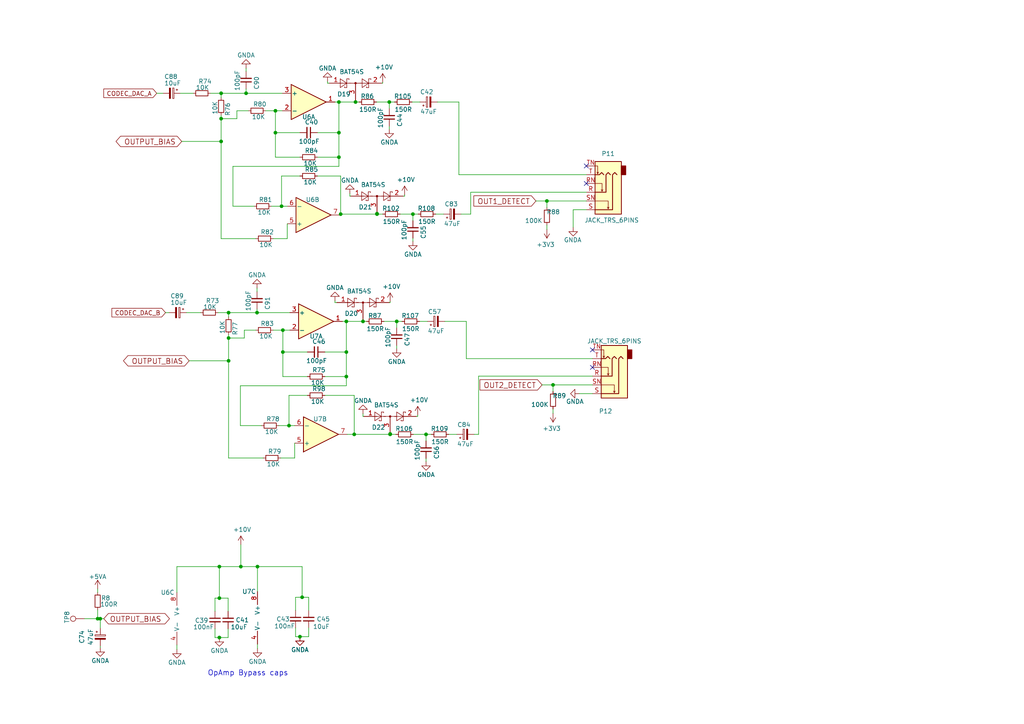
<source format=kicad_sch>
(kicad_sch (version 20211123) (generator eeschema)
  (paper "A4")
  (title_block (title "MOD Dwarf - Main Board") (date "2021-09-06") (rev "3.0") (company "MOD Devices GmbH") (comment 1 "Dwarf Audio processing board") (comment 2 "https://github.com/moddevices/hw-mod-dwarf") (comment 3 "Inp Power: 12V 500mA") (comment 4 "USB outp Power: 500mA"))
  (lib_symbols
    (symbol "bottom-board-rescue:+10V-power" (power) (pin_names (offset 0))
      (property "Value" "+10V-power" (at 0 3.556 0))
      (symbol "+10V-power_0_1"
        (polyline (pts (xy -0.762 1.27) (xy 0 2.54)))
        (polyline (pts (xy 0 0) (xy 0 2.54)))
        (polyline (pts (xy 0 2.54) (xy 0.762 1.27)))
      )
      (symbol "+10V-power_1_1"
        (pin power_in line (at 0 0 90) (length 0) hide (name "+10V") (number "1"))
      )
    )
    (symbol "bottom-board-rescue:+3V3-power" (power) (pin_names (offset 0))
      (property "Value" "+3V3-power" (at 0 3.556 0))
      (symbol "+3V3-power_0_1"
        (polyline (pts (xy -0.762 1.27) (xy 0 2.54)))
        (polyline (pts (xy 0 0) (xy 0 2.54)))
        (polyline (pts (xy 0 2.54) (xy 0.762 1.27)))
      )
      (symbol "+3V3-power_1_1"
        (pin power_in line (at 0 0 90) (length 0) hide (name "+3V3") (number "1"))
      )
    )
    (symbol "bottom-board-rescue:+5VA-power" (power) (pin_names (offset 0))
      (property "Value" "+5VA-power" (at 0 3.556 0))
      (symbol "+5VA-power_0_1"
        (polyline (pts (xy -0.762 1.27) (xy 0 2.54)))
        (polyline (pts (xy 0 0) (xy 0 2.54)))
        (polyline (pts (xy 0 2.54) (xy 0.762 1.27)))
      )
      (symbol "+5VA-power_1_1"
        (pin power_in line (at 0 0 90) (length 0) hide (name "+5VA") (number "1"))
      )
    )
    (symbol "bottom-board-rescue:AudioJack3_Switch-Connector"
      (property "Reference" "J" (at 0 11.43 0))
      (property "Value" "AudioJack3_Switch-Connector" (at 0 8.89 0))
      (symbol "AudioJack3_Switch-Connector_0_1"
        (rectangle (start -5.08 -5.08) (end -6.35 -7.62) (stroke (width 0.254)) (fill (type outline)))
        (polyline (pts (xy -1.27 4.826) (xy -1.016 4.318)))
        (polyline (pts (xy 0.508 -0.254) (xy 0.762 -0.762)))
        (polyline (pts (xy 1.778 -5.334) (xy 2.032 -5.842)))
        (polyline (pts (xy 0 -5.08) (xy 0.635 -5.715) (xy 1.27 -5.08) (xy 2.54 -5.08)) (stroke (width 0.254)))
        (polyline (pts (xy 2.54 -7.62) (xy 1.778 -7.62) (xy 1.778 -5.334) (xy 1.524 -5.842)))
        (polyline (pts (xy 2.54 -2.54) (xy 0.508 -2.54) (xy 0.508 -0.254) (xy 0.254 -0.762)))
        (polyline (pts (xy 2.54 2.54) (xy -1.27 2.54) (xy -1.27 4.826) (xy -1.524 4.318)))
        (polyline (pts (xy -1.905 -5.08) (xy -1.27 -5.715) (xy -0.635 -5.08) (xy -0.635 0) (xy 2.54 0)) (stroke (width 0.254)))
        (polyline (pts (xy 2.54 5.08) (xy -2.54 5.08) (xy -2.54 -5.08) (xy -3.175 -5.715) (xy -3.81 -5.08)) (stroke (width 0.254)))
        (rectangle (start 2.54 6.35) (end -5.08 -8.89) (stroke (width 0.254)) (fill (type background)))
      )
      (symbol "AudioJack3_Switch-Connector_1_1"
        (pin passive line (at 5.08 0 180) (length 2.54) (name "~") (number "R"))
        (pin passive line (at 5.08 -2.54 180) (length 2.54) (name "~") (number "RN"))
        (pin passive line (at 5.08 5.08 180) (length 2.54) (name "~") (number "S"))
        (pin passive line (at 5.08 2.54 180) (length 2.54) (name "~") (number "SN"))
        (pin passive line (at 5.08 -5.08 180) (length 2.54) (name "~") (number "T"))
        (pin passive line (at 5.08 -7.62 180) (length 2.54) (name "~") (number "TN"))
      )
    )
    (symbol "bottom-board-rescue:BAT54S-Diode" (pin_names (offset 1.016))
      (property "Reference" "D" (at 0.635 -3.81 0))
      (property "Value" "BAT54S-Diode" (at -6.35 3.175 0))
      (symbol "BAT54S-Diode_0_1"
        (polyline (pts (xy -3.81 0) (xy -1.27 0)))
        (polyline (pts (xy -3.175 -1.27) (xy -3.175 -1.016)))
        (polyline (pts (xy -2.54 -1.27) (xy -3.175 -1.27)))
        (polyline (pts (xy -2.54 -1.27) (xy -2.54 1.27)))
        (polyline (pts (xy -2.54 1.27) (xy -1.905 1.27)))
        (polyline (pts (xy -1.905 0) (xy 1.905 0)))
        (polyline (pts (xy -1.905 1.27) (xy -1.905 1.016)))
        (polyline (pts (xy 1.27 0) (xy 3.81 0)))
        (polyline (pts (xy 3.175 -1.27) (xy 3.175 -1.016)))
        (polyline (pts (xy 3.81 -1.27) (xy 3.175 -1.27)))
        (polyline (pts (xy 3.81 -1.27) (xy 3.81 1.27)))
        (polyline (pts (xy 3.81 1.27) (xy 4.445 1.27)))
        (polyline (pts (xy 4.445 1.27) (xy 4.445 1.016)))
        (polyline (pts (xy -4.445 1.27) (xy -4.445 -1.27) (xy -2.54 0) (xy -4.445 1.27)))
        (polyline (pts (xy 1.905 1.27) (xy 1.905 -1.27) (xy 3.81 0) (xy 1.905 1.27)))
        (circle (center 0 0) (radius 0.254) (fill (type outline)))
      )
      (symbol "BAT54S-Diode_1_1"
        (pin passive line (at -7.62 0 0) (length 3.81) (name "~") (number "1"))
        (pin passive line (at 7.62 0 180) (length 3.81) (name "~") (number "2"))
        (pin passive line (at 0 -5.08 90) (length 5.08) (name "~") (number "3"))
      )
    )
    (symbol "bottom-board-rescue:CP_Small" (pin_numbers hide) (pin_names (offset 0.254) hide)
      (property "Reference" "C" (at 0.254 1.778 0))
      (property "Value" "CP_Small" (at 0.254 -2.032 0))
      (symbol "CP_Small_0_1"
        (rectangle (start -1.524 -0.3048) (end 1.524 -0.6858) (fill (type outline)))
        (rectangle (start -1.524 0.6858) (end 1.524 0.3048))
        (polyline (pts (xy -1.27 1.524) (xy -0.762 1.524)))
        (polyline (pts (xy -1.016 1.27) (xy -1.016 1.778)))
      )
      (symbol "CP_Small_1_1"
        (pin passive line (at 0 2.54 270) (length 1.8542) (name "~") (number "1"))
        (pin passive line (at 0 -2.54 90) (length 1.8542) (name "~") (number "2"))
      )
    )
    (symbol "bottom-board-rescue:C_Small" (pin_numbers hide) (pin_names (offset 0.254) hide)
      (property "Reference" "C" (at 0.254 1.778 0))
      (property "Value" "C_Small" (at 0.254 -2.032 0))
      (symbol "C_Small_0_1"
        (polyline (pts (xy -1.524 -0.508) (xy 1.524 -0.508)) (stroke (width 0.3302)))
        (polyline (pts (xy -1.524 0.508) (xy 1.524 0.508)) (stroke (width 0.3048)))
      )
      (symbol "C_Small_1_1"
        (pin passive line (at 0 2.54 270) (length 2.032) (name "~") (number "1"))
        (pin passive line (at 0 -2.54 90) (length 2.032) (name "~") (number "2"))
      )
    )
    (symbol "bottom-board-rescue:GNDA-power" (power) (pin_names (offset 0))
      (property "Value" "GNDA-power" (at 0 -3.81 0))
      (symbol "GNDA-power_0_1"
        (polyline (pts (xy 0 0) (xy 0 -1.27) (xy 1.27 -1.27) (xy 0 -2.54) (xy -1.27 -1.27) (xy 0 -1.27)))
      )
      (symbol "GNDA-power_1_1"
        (pin power_in line (at 0 0 270) (length 0) hide (name "GNDA") (number "1"))
      )
    )
    (symbol "bottom-board-rescue:R_Small" (pin_numbers hide) (pin_names (offset 0.254) hide)
      (property "Reference" "R" (at 0.762 0.508 0))
      (property "Value" "R_Small" (at 0.762 -1.016 0))
      (symbol "R_Small_0_1"
        (rectangle (start -0.762 1.778) (end 0.762 -1.778) (stroke (width 0.2032)))
      )
      (symbol "R_Small_1_1"
        (pin passive line (at 0 2.54 270) (length 0.762) (name "~") (number "1"))
        (pin passive line (at 0 -2.54 90) (length 0.762) (name "~") (number "2"))
      )
    )
    (symbol "bottom-board-rescue:R_Small-Device" (pin_numbers hide) (pin_names (offset 0.254) hide)
      (property "Reference" "R" (at 0.762 0.508 0))
      (property "Value" "R_Small-Device" (at 0.762 -1.016 0))
      (symbol "R_Small-Device_0_1"
        (rectangle (start -0.762 1.778) (end 0.762 -1.778) (stroke (width 0.2032)))
      )
      (symbol "R_Small-Device_1_1"
        (pin passive line (at 0 2.54 270) (length 0.762) (name "~") (number "1"))
        (pin passive line (at 0 -2.54 90) (length 0.762) (name "~") (number "2"))
      )
    )
    (symbol "bottom-board-rescue:TL072-Amplifier_Operational" (pin_names (offset 0.127))
      (property "Reference" "U" (at 0 5.08 0))
      (property "Value" "TL072-Amplifier_Operational" (at 0 -5.08 0))
      (symbol "TL072-Amplifier_Operational_1_1"
        (polyline (pts (xy -5.08 5.08) (xy 5.08 0) (xy -5.08 -5.08) (xy -5.08 5.08)) (stroke (width 0.254)) (fill (type background)))
        (pin output line (at 7.62 0 180) (length 2.54) (name "~") (number "1"))
        (pin input line (at -7.62 -2.54 0) (length 2.54) (name "-") (number "2"))
        (pin input line (at -7.62 2.54 0) (length 2.54) (name "+") (number "3"))
      )
      (symbol "TL072-Amplifier_Operational_2_1"
        (polyline (pts (xy -5.08 5.08) (xy 5.08 0) (xy -5.08 -5.08) (xy -5.08 5.08)) (stroke (width 0.254)) (fill (type background)))
        (pin input line (at -7.62 2.54 0) (length 2.54) (name "+") (number "5"))
        (pin input line (at -7.62 -2.54 0) (length 2.54) (name "-") (number "6"))
        (pin output line (at 7.62 0 180) (length 2.54) (name "~") (number "7"))
      )
      (symbol "TL072-Amplifier_Operational_3_1"
        (pin power_in line (at -2.54 -7.62 90) (length 3.81) (name "V-") (number "4"))
        (pin power_in line (at -2.54 7.62 270) (length 3.81) (name "V+") (number "8"))
      )
    )
    (symbol "bottom-board-rescue:TestPoint-Connector" (pin_numbers hide) (pin_names (offset 0.762) hide)
      (property "Reference" "TP" (at 0 6.858 0))
      (property "Value" "TestPoint-Connector" (at 0 5.08 0))
      (symbol "TestPoint-Connector_0_1"
        (circle (center 0 3.302) (radius 0.762))
      )
      (symbol "TestPoint-Connector_1_1"
        (pin passive line (at 0 0 90) (length 2.54) (name "1") (number "1"))
      )
    )
  )
  (junction (at 64.135 27.051))
  (junction (at 71.374 27.051))
  (junction (at 98.806 62.103))
  (junction (at 112.903 29.591))
  (junction (at 98.298 29.591))
  (junction (at 63.627 164.338))
  (junction (at 100.457 93.218))
  (junction (at 82.042 95.758))
  (junction (at 113.157 125.857))
  (junction (at 28.321 179.451))
  (junction (at 64.135 34.417))
  (junction (at 82.042 102.108))
  (junction (at 69.85 164.338))
  (junction (at 79.883 32.131))
  (junction (at 103.124 29.591))
  (junction (at 98.298 38.481))
  (junction (at 79.883 38.481))
  (junction (at 66.294 90.678))
  (junction (at 119.761 62.103))
  (junction (at 66.294 98.044))
  (junction (at 100.457 109.22))
  (junction (at 63.627 184.912))
  (junction (at 102.743 125.984))
  (junction (at 113.157 125.984))
  (junction (at 63.627 173.482))
  (junction (at 100.457 102.108))
  (junction (at 98.298 45.593))
  (junction (at 66.294 104.648))
  (junction (at 81.661 59.817))
  (junction (at 115.062 93.218))
  (junction (at 158.623 58.293))
  (junction (at 87.63 173.228))
  (junction (at 105.283 93.218))
  (junction (at 83.82 123.444))
  (junction (at 160.401 111.633))
  (junction (at 123.571 125.984))
  (junction (at 74.676 164.338))
  (junction (at 86.995 184.658))
  (junction (at 64.135 41.021))
  (junction (at 109.347 61.976))
  (junction (at 29.083 179.451))
  (junction (at 109.347 62.103))
  (junction (at 74.549 90.678))
  (no_connect (at 171.831 101.473))
  (no_connect (at 170.053 53.213))
  (no_connect (at 171.831 106.553))
  (no_connect (at 170.053 48.133))
  (wire (pts (xy 98.806 51.054) (xy 98.806 62.103)))
  (wire (pts (xy 66.167 173.482) (xy 63.627 173.482)))
  (wire (pts (xy 97.155 87.757) (xy 97.663 87.757)))
  (wire (pts (xy 87.63 173.228) (xy 89.535 173.228)))
  (wire (pts (xy 79.883 32.131) (xy 81.915 32.131)))
  (wire (pts (xy 79.883 45.593) (xy 79.883 38.481)))
  (wire (pts (xy 116.078 62.103) (xy 119.761 62.103)))
  (wire (pts (xy 74.549 90.678) (xy 84.074 90.678)))
  (wire (pts (xy 135.255 104.013) (xy 171.831 104.013)))
  (wire (pts (xy 112.903 31.496) (xy 112.903 29.591)))
  (wire (pts (xy 160.401 111.633) (xy 171.831 111.633)))
  (wire (pts (xy 45.466 27.051) (xy 47.244 27.051)))
  (wire (pts (xy 67.564 59.817) (xy 73.66 59.817)))
  (wire (pts (xy 81.661 59.817) (xy 83.312 59.817)))
  (wire (pts (xy 64.135 34.417) (xy 64.135 33.401)))
  (wire (pts (xy 89.154 109.22) (xy 82.042 109.22)))
  (wire (pts (xy 74.676 171.577) (xy 74.676 164.338)))
  (wire (pts (xy 110.998 24.13) (xy 110.998 23.876)))
  (wire (pts (xy 97.155 29.591) (xy 98.298 29.591)))
  (wire (pts (xy 66.294 132.842) (xy 76.327 132.842)))
  (wire (pts (xy 100.457 111.887) (xy 100.457 109.22)))
  (wire (pts (xy 29.083 179.451) (xy 30.099 179.451)))
  (wire (pts (xy 29.083 187.833) (xy 29.083 187.325)))
  (wire (pts (xy 98.806 62.103) (xy 98.806 62.357)))
  (wire (pts (xy 121.158 120.777) (xy 121.158 120.396)))
  (wire (pts (xy 160.401 113.538) (xy 160.401 111.633)))
  (wire (pts (xy 64.135 41.021) (xy 64.135 34.417)))
  (wire (pts (xy 109.347 62.103) (xy 109.347 61.976)))
  (wire (pts (xy 81.407 132.842) (xy 85.471 132.842)))
  (wire (pts (xy 94.996 23.622) (xy 94.996 24.13)))
  (wire (pts (xy 113.157 125.984) (xy 113.157 125.857)))
  (wire (pts (xy 79.883 38.481) (xy 79.883 32.131)))
  (wire (pts (xy 100.457 109.22) (xy 94.234 109.22)))
  (wire (pts (xy 79.248 95.758) (xy 82.042 95.758)))
  (wire (pts (xy 98.298 38.481) (xy 98.298 29.591)))
  (wire (pts (xy 83.82 123.444) (xy 83.82 114.681)))
  (wire (pts (xy 98.298 45.593) (xy 92.075 45.593)))
  (wire (pts (xy 89.535 182.118) (xy 89.535 184.658)))
  (wire (pts (xy 79.248 69.215) (xy 83.312 69.215)))
  (wire (pts (xy 100.711 125.984) (xy 102.743 125.984)))
  (wire (pts (xy 166.243 60.833) (xy 166.243 65.913)))
  (wire (pts (xy 69.723 123.444) (xy 75.819 123.444)))
  (wire (pts (xy 136.525 62.103) (xy 136.525 55.753)))
  (wire (pts (xy 83.312 69.215) (xy 83.312 64.897)))
  (wire (pts (xy 28.321 170.815) (xy 28.321 171.831)))
  (wire (pts (xy 115.062 93.218) (xy 116.586 93.218)))
  (wire (pts (xy 123.952 93.218) (xy 121.666 93.218)))
  (wire (pts (xy 69.723 123.444) (xy 69.723 111.887)))
  (wire (pts (xy 51.308 171.831) (xy 51.308 164.338)))
  (wire (pts (xy 85.471 132.842) (xy 85.471 128.524)))
  (wire (pts (xy 79.883 38.481) (xy 86.995 38.481)))
  (wire (pts (xy 112.903 87.757) (xy 113.157 87.757)))
  (wire (pts (xy 68.707 32.131) (xy 68.707 34.417)))
  (wire (pts (xy 133.096 50.673) (xy 170.053 50.673)))
  (wire (pts (xy 135.255 104.013) (xy 135.255 93.218)))
  (wire (pts (xy 72.009 32.131) (xy 68.707 32.131)))
  (wire (pts (xy 98.298 29.591) (xy 103.124 29.591)))
  (wire (pts (xy 94.234 102.108) (xy 100.457 102.108)))
  (wire (pts (xy 82.042 95.758) (xy 84.074 95.758)))
  (wire (pts (xy 106.299 93.218) (xy 105.283 93.218)))
  (wire (pts (xy 71.374 27.051) (xy 81.915 27.051)))
  (wire (pts (xy 63.246 90.678) (xy 66.294 90.678)))
  (wire (pts (xy 112.903 37.465) (xy 112.903 36.576)))
  (wire (pts (xy 51.308 164.338) (xy 63.627 164.338)))
  (wire (pts (xy 115.062 101.092) (xy 115.062 100.203)))
  (wire (pts (xy 123.571 127.889) (xy 123.571 125.984)))
  (wire (pts (xy 74.676 164.338) (xy 87.63 164.338)))
  (wire (pts (xy 77.089 32.131) (xy 79.883 32.131)))
  (wire (pts (xy 66.294 98.044) (xy 66.294 97.028)))
  (wire (pts (xy 85.725 173.228) (xy 85.725 177.038)))
  (wire (pts (xy 119.761 64.008) (xy 119.761 62.103)))
  (wire (pts (xy 29.083 182.245) (xy 29.083 179.451)))
  (wire (pts (xy 68.707 34.417) (xy 64.135 34.417)))
  (wire (pts (xy 119.761 62.103) (xy 121.285 62.103)))
  (wire (pts (xy 97.155 87.249) (xy 97.155 87.757)))
  (wire (pts (xy 92.075 51.054) (xy 98.806 51.054)))
  (wire (pts (xy 85.725 184.658) (xy 86.995 184.658)))
  (wire (pts (xy 100.457 102.108) (xy 100.457 109.22)))
  (wire (pts (xy 63.627 173.482) (xy 62.357 173.482)))
  (wire (pts (xy 92.075 38.481) (xy 98.298 38.481)))
  (wire (pts (xy 66.294 90.678) (xy 74.549 90.678)))
  (wire (pts (xy 170.053 60.833) (xy 166.243 60.833)))
  (wire (pts (xy 109.347 62.103) (xy 98.806 62.103)))
  (wire (pts (xy 133.731 62.103) (xy 136.525 62.103)))
  (wire (pts (xy 94.996 24.13) (xy 95.504 24.13)))
  (wire (pts (xy 132.461 125.984) (xy 130.175 125.984)))
  (wire (pts (xy 171.831 114.173) (xy 168.021 114.173)))
  (wire (pts (xy 120.777 120.777) (xy 121.158 120.777)))
  (wire (pts (xy 117.348 56.896) (xy 117.348 56.515)))
  (wire (pts (xy 121.793 29.591) (xy 119.507 29.591)))
  (wire (pts (xy 85.725 182.118) (xy 85.725 184.658)))
  (wire (pts (xy 138.811 109.093) (xy 171.831 109.093)))
  (wire (pts (xy 158.623 58.293) (xy 170.053 58.293)))
  (wire (pts (xy 62.357 182.372) (xy 62.357 184.912)))
  (wire (pts (xy 99.314 93.218) (xy 100.457 93.218)))
  (wire (pts (xy 98.552 62.357) (xy 98.806 62.357)))
  (wire (pts (xy 86.995 184.658) (xy 89.535 184.658)))
  (wire (pts (xy 100.457 93.218) (xy 105.283 93.218)))
  (wire (pts (xy 119.888 125.984) (xy 123.571 125.984)))
  (wire (pts (xy 86.995 45.593) (xy 79.883 45.593)))
  (wire (pts (xy 71.374 19.812) (xy 71.374 20.701)))
  (wire (pts (xy 62.357 184.912) (xy 63.627 184.912)))
  (wire (pts (xy 64.135 27.051) (xy 71.374 27.051)))
  (wire (pts (xy 67.564 48.26) (xy 98.298 48.26)))
  (wire (pts (xy 102.743 125.984) (xy 113.157 125.984)))
  (wire (pts (xy 69.85 157.988) (xy 69.85 164.338)))
  (wire (pts (xy 74.549 83.566) (xy 74.549 84.582)))
  (wire (pts (xy 82.042 102.108) (xy 82.042 95.758)))
  (wire (pts (xy 135.255 93.218) (xy 129.032 93.218)))
  (wire (pts (xy 89.535 177.038) (xy 89.535 173.228)))
  (wire (pts (xy 105.283 120.015) (xy 105.283 120.777)))
  (wire (pts (xy 56.007 27.051) (xy 52.324 27.051)))
  (wire (pts (xy 28.321 176.911) (xy 28.321 179.451)))
  (wire (pts (xy 66.294 104.648) (xy 66.294 98.044)))
  (wire (pts (xy 64.135 28.321) (xy 64.135 27.051)))
  (wire (pts (xy 63.627 164.338) (xy 63.627 173.482)))
  (wire (pts (xy 158.623 60.198) (xy 158.623 58.293)))
  (wire (pts (xy 51.308 188.341) (xy 51.308 187.071)))
  (wire (pts (xy 138.811 109.093) (xy 138.811 125.984)))
  (wire (pts (xy 70.866 98.044) (xy 66.294 98.044)))
  (wire (pts (xy 82.042 102.108) (xy 89.154 102.108)))
  (wire (pts (xy 64.135 69.215) (xy 74.168 69.215)))
  (wire (pts (xy 98.298 38.481) (xy 98.298 45.593)))
  (wire (pts (xy 52.705 41.021) (xy 64.135 41.021)))
  (wire (pts (xy 157.226 111.633) (xy 160.401 111.633)))
  (wire (pts (xy 64.135 69.215) (xy 64.135 41.021)))
  (wire (pts (xy 61.087 27.051) (xy 64.135 27.051)))
  (wire (pts (xy 138.811 125.984) (xy 137.541 125.984)))
  (wire (pts (xy 81.661 59.817) (xy 81.661 51.054)))
  (wire (pts (xy 71.374 25.781) (xy 71.374 27.051)))
  (wire (pts (xy 112.903 29.591) (xy 114.427 29.591)))
  (wire (pts (xy 119.761 69.977) (xy 119.761 69.088)))
  (wire (pts (xy 28.321 179.451) (xy 29.083 179.451)))
  (wire (pts (xy 74.676 188.087) (xy 74.676 186.817)))
  (wire (pts (xy 63.627 184.912) (xy 66.167 184.912)))
  (wire (pts (xy 74.549 89.662) (xy 74.549 90.678)))
  (wire (pts (xy 111.379 93.218) (xy 115.062 93.218)))
  (wire (pts (xy 54.864 104.648) (xy 66.294 104.648)))
  (wire (pts (xy 123.571 125.984) (xy 125.095 125.984)))
  (wire (pts (xy 67.564 59.817) (xy 67.564 48.26)))
  (wire (pts (xy 66.294 91.948) (xy 66.294 90.678)))
  (wire (pts (xy 128.651 62.103) (xy 126.365 62.103)))
  (wire (pts (xy 110.744 24.13) (xy 110.998 24.13)))
  (wire (pts (xy 83.82 123.444) (xy 85.471 123.444)))
  (wire (pts (xy 158.623 66.548) (xy 158.623 65.278)))
  (wire (pts (xy 103.124 29.591) (xy 103.124 29.21)))
  (wire (pts (xy 114.808 125.984) (xy 113.157 125.984)))
  (wire (pts (xy 54.102 90.678) (xy 58.166 90.678)))
  (wire (pts (xy 160.401 119.888) (xy 160.401 118.618)))
  (wire (pts (xy 62.357 173.482) (xy 62.357 177.292)))
  (wire (pts (xy 83.82 114.681) (xy 89.154 114.681)))
  (wire (pts (xy 123.571 133.858) (xy 123.571 132.969)))
  (wire (pts (xy 66.167 182.372) (xy 66.167 184.912)))
  (wire (pts (xy 63.627 164.338) (xy 69.85 164.338)))
  (wire (pts (xy 69.723 111.887) (xy 100.457 111.887)))
  (wire (pts (xy 74.168 95.758) (xy 70.866 95.758)))
  (wire (pts (xy 101.473 56.134) (xy 101.473 56.896)))
  (wire (pts (xy 136.525 55.753) (xy 170.053 55.753)))
  (wire (pts (xy 116.967 56.896) (xy 117.348 56.896)))
  (wire (pts (xy 155.448 58.293) (xy 158.623 58.293)))
  (wire (pts (xy 98.298 48.26) (xy 98.298 45.593)))
  (wire (pts (xy 66.294 132.842) (xy 66.294 104.648)))
  (wire (pts (xy 94.234 114.681) (xy 102.743 114.681)))
  (wire (pts (xy 24.511 179.451) (xy 28.321 179.451)))
  (wire (pts (xy 48.006 90.678) (xy 49.022 90.678)))
  (wire (pts (xy 66.167 177.292) (xy 66.167 173.482)))
  (wire (pts (xy 133.096 29.591) (xy 133.096 50.673)))
  (wire (pts (xy 101.473 56.896) (xy 101.727 56.896)))
  (wire (pts (xy 82.042 109.22) (xy 82.042 102.108)))
  (wire (pts (xy 104.14 29.591) (xy 103.124 29.591)))
  (wire (pts (xy 110.998 62.103) (xy 109.347 62.103)))
  (wire (pts (xy 105.283 93.218) (xy 105.283 92.837)))
  (wire (pts (xy 113.157 87.757) (xy 113.157 87.503)))
  (wire (pts (xy 109.22 29.591) (xy 112.903 29.591)))
  (wire (pts (xy 133.096 29.591) (xy 126.873 29.591)))
  (wire (pts (xy 80.899 123.444) (xy 83.82 123.444)))
  (wire (pts (xy 78.74 59.817) (xy 81.661 59.817)))
  (wire (pts (xy 87.63 164.338) (xy 87.63 173.228)))
  (wire (pts (xy 85.725 173.228) (xy 87.63 173.228)))
  (wire (pts (xy 105.283 120.777) (xy 105.537 120.777)))
  (wire (pts (xy 70.866 95.758) (xy 70.866 98.044)))
  (wire (pts (xy 102.743 114.681) (xy 102.743 125.984)))
  (wire (pts (xy 69.85 164.338) (xy 74.676 164.338)))
  (wire (pts (xy 100.457 102.108) (xy 100.457 93.218)))
  (wire (pts (xy 81.661 51.054) (xy 86.995 51.054)))
  (wire (pts (xy 115.062 95.123) (xy 115.062 93.218)))
  (text "OpAmp Bypass caps" (at 60.198 196.215 0) (effects (font (size 1.524 1.524)) (justify left bottom)))
  (global_label "OUTPUT_BIAS" (shape bidirectional) (at 54.864 104.648 180) (effects (font (size 1.524 1.524))) (property "Intersheet References" "${INTERSHEET_REFS}" (effects hide)))
  (global_label "OUT2_DETECT" (shape input) (at 157.226 111.633 180) (effects (font (size 1.524 1.524))) (property "Intersheet References" "${INTERSHEET_REFS}" (effects hide)))
  (global_label "CODEC_DAC_B" (shape input) (at 48.006 90.678 180) (property "Intersheet References" "${INTERSHEET_REFS}" (effects hide)))
  (global_label "OUT1_DETECT" (shape input) (at 155.448 58.293 180) (effects (font (size 1.524 1.524))) (property "Intersheet References" "${INTERSHEET_REFS}" (effects hide)))
  (global_label "OUTPUT_BIAS" (shape bidirectional) (at 30.099 179.451 0) (effects (font (size 1.524 1.524))) (property "Intersheet References" "${INTERSHEET_REFS}" (effects hide)))
  (global_label "CODEC_DAC_A" (shape input) (at 45.466 27.051 180) (property "Intersheet References" "${INTERSHEET_REFS}" (effects hide)))
  (global_label "OUTPUT_BIAS" (shape bidirectional) (at 52.705 41.021 180) (effects (font (size 1.524 1.524))) (property "Intersheet References" "${INTERSHEET_REFS}" (effects hide)))
  (symbol (lib_id "bottom-board-rescue:TL072-Amplifier_Operational") (at 89.535 29.591 0) (unit 1)
    (property "Reference" "U6" (at 89.535 33.909 0))
    (property "Datasheet" "http://www.ti.com/lit/ds/symlink/tl071.pdf" (effects hide))
    (property "MPN" "OPA1678IDR" (effects hide))
  )
  (symbol (lib_id "bottom-board-rescue:TL072-Amplifier_Operational") (at 53.848 179.451 0) (unit 3)
    (property "Reference" "U6" (at 46.609 171.831 0) (effects (justify left)))
    (property "Datasheet" "http://www.ti.com/lit/ds/symlink/tl071.pdf" (effects hide))
    (property "MPN" "OPA1678IDR" (effects hide))
  )
  (symbol (lib_id "bottom-board-rescue:C_Small") (at 62.357 179.832 0) (unit 1)
    (property "Reference" "C39" (at 56.515 179.959 0) (effects (justify left)))
    (property "Value" "100nF" (at 56.007 181.864 0) (effects (justify left)))
    (property "Footprint" "Capacitor_SMD:C_0603_1608Metric" (effects hide))
    (property "MPN" "GCM188R71C104KA37D" (effects hide))
  )
  (symbol (lib_id "bottom-board-rescue:GNDA-power") (at 105.283 120.015 180) (unit 1)
    (property "Reference" "#PWR0194" (effects hide))
    (property "Value" "GNDA" (at 105.283 116.205 0))
  )
  (symbol (lib_id "bottom-board-rescue:C_Small") (at 66.167 179.832 180) (unit 1)
    (property "Reference" "C41" (at 68.326 179.832 0) (effects (justify right)))
    (property "Value" "10uF" (at 71.755 181.864 0) (effects (justify left)))
    (property "Footprint" "Capacitor_SMD:C_0805_2012Metric" (effects hide))
    (property "MPN" "GRM219R61E106KA12D" (effects hide))
  )
  (symbol (lib_id "bottom-board-rescue:GNDA-power") (at 63.627 184.912 0) (unit 1)
    (property "Reference" "#PWR0195" (effects hide))
    (property "Value" "GNDA" (at 63.627 188.722 0))
  )
  (symbol (lib_id "bottom-board-rescue:GNDA-power") (at 51.308 188.341 0) (unit 1)
    (property "Reference" "#PWR0196" (effects hide))
    (property "Value" "GNDA" (at 51.308 192.151 0))
  )
  (symbol (lib_id "bottom-board-rescue:TestPoint-Connector") (at 24.511 179.451 90) (unit 1)
    (property "Reference" "TP8" (at 19.431 180.848 0) (effects (justify left)))
    (property "Value" "TestPoint" (effects hide))
    (property "Footprint" "TestPoint:TestPoint_Pad_D2.0mm" (effects hide))
  )
  (symbol (lib_id "bottom-board-rescue:TL072-Amplifier_Operational") (at 77.216 179.197 0) (unit 3)
    (property "Reference" "U7" (at 70.231 171.577 0) (effects (justify left)))
    (property "Datasheet" "http://www.ti.com/lit/ds/symlink/tl071.pdf" (effects hide))
    (property "MPN" "OPA1678IDR" (effects hide))
  )
  (symbol (lib_id "bottom-board-rescue:C_Small") (at 85.725 179.578 0) (unit 1)
    (property "Reference" "C43" (at 80.137 179.578 0) (effects (justify left)))
    (property "Value" "100nF" (at 79.502 181.61 0) (effects (justify left)))
    (property "Footprint" "Capacitor_SMD:C_0603_1608Metric" (effects hide))
    (property "MPN" "GCM188R71C104KA37D" (effects hide))
  )
  (symbol (lib_id "bottom-board-rescue:GNDA-power") (at 86.995 184.658 0) (unit 1)
    (property "Reference" "#PWR0197" (effects hide))
    (property "Value" "GNDA" (at 86.995 188.468 0))
  )
  (symbol (lib_id "bottom-board-rescue:C_Small") (at 89.535 179.578 180) (unit 1)
    (property "Reference" "C45" (at 91.821 179.578 0) (effects (justify right)))
    (property "Value" "10uF" (at 95.631 181.737 0) (effects (justify left)))
    (property "Footprint" "Capacitor_SMD:C_0805_2012Metric" (effects hide))
    (property "MPN" "GRM219R61E106KA12D" (effects hide))
  )
  (symbol (lib_id "bottom-board-rescue:GNDA-power") (at 86.995 184.658 0) (unit 1)
    (property "Reference" "#PWR0198" (effects hide))
    (property "Value" "GNDA" (at 86.995 188.468 0))
  )
  (symbol (lib_id "bottom-board-rescue:GNDA-power") (at 74.676 188.087 0) (unit 1)
    (property "Reference" "#PWR0199" (effects hide))
    (property "Value" "GNDA" (at 74.676 191.897 0))
  )
  (symbol (lib_id "bottom-board-rescue:TL072-Amplifier_Operational") (at 90.932 62.357 0) (mirror x) (unit 2)
    (property "Reference" "U6" (at 90.678 57.912 0))
    (property "Datasheet" "http://www.ti.com/lit/ds/symlink/tl071.pdf" (effects hide))
    (property "MPN" "OPA1678IDR" (effects hide))
  )
  (symbol (lib_id "bottom-board-rescue:R_Small-Device") (at 91.694 114.681 90) (unit 1)
    (property "Reference" "R98" (at 90.551 112.776 90) (effects (justify right)))
    (property "Value" "10K" (at 90.17 116.459 90) (effects (justify right)))
    (property "Footprint" "Resistor_SMD:R_0603_1608Metric" (effects hide))
    (property "MPN" "RR0816P-103-D" (effects hide))
  )
  (symbol (lib_id "bottom-board-rescue:GNDA-power") (at 166.243 65.913 0) (mirror y) (unit 1)
    (property "Reference" "#PWR0200" (effects hide))
    (property "Value" "GNDA" (at 166.116 69.596 0))
  )
  (symbol (lib_id "bottom-board-rescue:AudioJack3_Switch-Connector") (at 175.133 55.753 180) (unit 1)
    (property "Reference" "P11" (at 176.403 44.577 0))
    (property "Value" "JACK_TRS_6PINS" (at 177.419 63.881 0))
    (property "Footprint" "Connector_Audio:Jack_3.5mm_Neutrik_NMJ6HCD2_Horizontal" (effects hide))
    (property "MPN" "NYS215" (effects hide))
  )
  (symbol (lib_id "bottom-board-rescue:R_Small") (at 158.623 62.738 0) (mirror y) (unit 1)
    (property "Reference" "R88" (at 162.433 61.468 0) (effects (justify left)))
    (property "Value" "100K" (at 157.353 64.008 0) (effects (justify left)))
    (property "Footprint" "Resistor_SMD:R_0603_1608Metric" (effects hide))
    (property "MPN" "RMCF0603JT100K" (effects hide))
  )
  (symbol (lib_id "bottom-board-rescue:+3V3-power") (at 158.623 66.548 180) (unit 1)
    (property "Reference" "#PWR0203" (effects hide))
    (property "Value" "+3V3" (at 158.242 70.9422 0))
  )
  (symbol (lib_id "bottom-board-rescue:R_Small-Device") (at 60.706 90.678 90) (unit 1)
    (property "Reference" "R73" (at 59.69 87.249 90) (effects (justify right)))
    (property "Value" "10K" (at 58.928 89.027 90) (effects (justify right)))
    (property "Footprint" "Resistor_SMD:R_0603_1608Metric" (effects hide))
    (property "MPN" "RR0816P-103-D" (effects hide))
  )
  (symbol (lib_id "bottom-board-rescue:TL072-Amplifier_Operational") (at 91.694 93.218 0) (unit 1)
    (property "Reference" "U7" (at 91.694 97.536 0))
    (property "Datasheet" "http://www.ti.com/lit/ds/symlink/tl071.pdf" (effects hide))
    (property "MPN" "OPA1678IDR" (effects hide))
  )
  (symbol (lib_id "bottom-board-rescue:R_Small-Device") (at 91.694 109.22 90) (unit 1)
    (property "Reference" "R75" (at 90.551 107.315 90) (effects (justify right)))
    (property "Value" "10K" (at 90.17 110.998 90) (effects (justify right)))
    (property "Footprint" "Resistor_SMD:R_0603_1608Metric" (effects hide))
    (property "MPN" "RR0816P-103-D" (effects hide))
  )
  (symbol (lib_id "bottom-board-rescue:C_Small") (at 91.694 102.108 270) (unit 1)
    (property "Reference" "C46" (at 90.551 99.06 90) (effects (justify left)))
    (property "Value" "100pF" (at 88.773 104.648 90) (effects (justify left)))
    (property "Footprint" "Capacitor_SMD:C_0603_1608Metric" (effects hide))
    (property "MPN" "C0603C101J3GACTU" (effects hide))
  )
  (symbol (lib_id "bottom-board-rescue:R_Small-Device") (at 78.359 123.444 90) (unit 1)
    (property "Reference" "R78" (at 77.216 121.539 90) (effects (justify right)))
    (property "Value" "10K" (at 76.835 125.222 90) (effects (justify right)))
    (property "Footprint" "Resistor_SMD:R_0603_1608Metric" (effects hide))
    (property "MPN" "RR0816P-103-D" (effects hide))
  )
  (symbol (lib_id "bottom-board-rescue:R_Small-Device") (at 78.867 132.842 90) (unit 1)
    (property "Reference" "R79" (at 77.724 130.937 90) (effects (justify right)))
    (property "Value" "10K" (at 77.343 134.62 90) (effects (justify right)))
    (property "Footprint" "Resistor_SMD:R_0603_1608Metric" (effects hide))
    (property "MPN" "RR0816P-103-D" (effects hide))
  )
  (symbol (lib_id "bottom-board-rescue:TL072-Amplifier_Operational") (at 93.091 125.984 0) (mirror x) (unit 2)
    (property "Reference" "U7" (at 92.837 121.539 0))
    (property "Datasheet" "http://www.ti.com/lit/ds/symlink/tl071.pdf" (effects hide))
    (property "MPN" "OPA1678IDR" (effects hide))
  )
  (symbol (lib_id "bottom-board-rescue:GNDA-power") (at 168.021 114.173 270) (mirror x) (unit 1)
    (property "Reference" "#PWR0204" (effects hide))
    (property "Value" "GNDA" (at 166.751 116.459 90))
  )
  (symbol (lib_id "bottom-board-rescue:AudioJack3_Switch-Connector") (at 176.911 109.093 180) (unit 1)
    (property "Reference" "P12" (at 175.641 119.253 0))
    (property "Value" "JACK_TRS_6PINS" (at 178.181 98.933 0))
    (property "Footprint" "Connector_Audio:Jack_3.5mm_Neutrik_NMJ6HCD2_Horizontal" (effects hide))
    (property "MPN" "NYS215" (effects hide))
  )
  (symbol (lib_id "bottom-board-rescue:R_Small") (at 160.401 116.078 0) (mirror y) (unit 1)
    (property "Reference" "R89" (at 164.211 114.808 0) (effects (justify left)))
    (property "Value" "100K" (at 159.131 117.348 0) (effects (justify left)))
    (property "Footprint" "Resistor_SMD:R_0603_1608Metric" (effects hide))
    (property "MPN" "RMCF0603JT100K" (effects hide))
  )
  (symbol (lib_id "bottom-board-rescue:+3V3-power") (at 160.401 119.888 180) (unit 1)
    (property "Reference" "#PWR0207" (effects hide))
    (property "Value" "+3V3" (at 160.02 124.2822 0))
  )
  (symbol (lib_id "bottom-board-rescue:R_Small-Device") (at 76.708 95.758 90) (unit 1)
    (property "Reference" "R83" (at 75.565 93.853 90) (effects (justify right)))
    (property "Value" "10K" (at 75.184 97.536 90) (effects (justify right)))
    (property "Footprint" "Resistor_SMD:R_0603_1608Metric" (effects hide))
    (property "MPN" "RR0816P-103-D" (effects hide))
  )
  (symbol (lib_id "bottom-board-rescue:R_Small-Device") (at 66.294 94.488 0) (unit 1)
    (property "Reference" "R77" (at 68.199 93.345 90) (effects (justify right)))
    (property "Value" "10K" (at 64.516 92.964 90) (effects (justify right)))
    (property "Footprint" "Resistor_SMD:R_0603_1608Metric" (effects hide))
    (property "MPN" "RR0816P-103-D" (effects hide))
  )
  (symbol (lib_id "bottom-board-rescue:BAT54S-Diode") (at 105.283 87.757 0) (unit 1)
    (property "Reference" "D20" (at 99.949 90.932 0) (effects (justify left)))
    (property "Value" "BAT54S" (at 100.584 84.455 0) (effects (justify left)))
    (property "Footprint" "Package_TO_SOT_SMD:SOT-23" (effects hide))
    (property "Datasheet" "https://www.diodes.com/assets/Datasheets/ds11005.pdf" (effects hide))
    (property "MPN" "BAT54SFILM" (effects hide))
  )
  (symbol (lib_id "bottom-board-rescue:BAT54S-Diode") (at 113.157 120.777 0) (unit 1)
    (property "Reference" "D22" (at 107.823 123.952 0) (effects (justify left)))
    (property "Value" "BAT54S" (at 108.458 117.475 0) (effects (justify left)))
    (property "Footprint" "Package_TO_SOT_SMD:SOT-23" (effects hide))
    (property "Datasheet" "https://www.diodes.com/assets/Datasheets/ds11005.pdf" (effects hide))
    (property "MPN" "BAT54SFILM" (effects hide))
  )
  (symbol (lib_id "bottom-board-rescue:GNDA-power") (at 97.155 87.249 180) (unit 1)
    (property "Reference" "#PWR0201" (effects hide))
    (property "Value" "GNDA" (at 97.155 83.439 0))
  )
  (symbol (lib_id "bottom-board-rescue:+10V-power") (at 121.158 120.396 0) (unit 1)
    (property "Reference" "#PWR0202" (effects hide))
    (property "Value" "+10V" (at 121.539 116.0018 0))
  )
  (symbol (lib_id "bottom-board-rescue:+10V-power") (at 113.157 87.503 0) (unit 1)
    (property "Reference" "#PWR0205" (effects hide))
    (property "Value" "+10V" (at 113.538 83.1088 0))
  )
  (symbol (lib_id "bottom-board-rescue:CP_Small") (at 49.784 27.051 270) (unit 1)
    (property "Reference" "C88" (at 47.625 22.225 90) (effects (justify left)))
    (property "Value" "10uF" (at 47.625 24.13 90) (effects (justify left)))
    (property "Footprint" "Capacitor_SMD:CP_Elec_4x5.7" (effects hide))
    (property "MPN" "EEE-HB1C100R" (effects hide))
  )
  (symbol (lib_id "bottom-board-rescue:CP_Small") (at 51.562 90.678 270) (unit 1)
    (property "Reference" "C89" (at 49.403 85.852 90) (effects (justify left)))
    (property "Value" "10uF" (at 49.403 87.757 90) (effects (justify left)))
    (property "Footprint" "Capacitor_SMD:CP_Elec_4x5.7" (effects hide))
    (property "MPN" "EEE-HB1C100R" (effects hide))
  )
  (symbol (lib_id "bottom-board-rescue:R_Small-Device") (at 117.348 125.984 90) (unit 1)
    (property "Reference" "R106" (at 117.221 124.333 90))
    (property "Value" "150R" (at 117.348 128.143 90))
    (property "Footprint" "Resistor_SMD:R_0603_1608Metric" (effects hide))
    (property "MPN" "RC0603FR-07150RL" (effects hide))
  )
  (symbol (lib_id "bottom-board-rescue:C_Small") (at 123.571 130.429 180) (unit 1)
    (property "Reference" "C56" (at 126.619 129.286 90) (effects (justify left)))
    (property "Value" "100pF" (at 121.031 127.508 90) (effects (justify left)))
    (property "Footprint" "Capacitor_SMD:C_0603_1608Metric" (effects hide))
    (property "MPN" "C0603C101J3GACTU" (effects hide))
  )
  (symbol (lib_id "bottom-board-rescue:R_Small-Device") (at 127.635 125.984 90) (unit 1)
    (property "Reference" "R109" (at 127.508 124.333 90))
    (property "Value" "150R" (at 127.635 128.143 90))
    (property "Footprint" "Resistor_SMD:R_0603_1608Metric" (effects hide))
    (property "MPN" "RC0603FR-07150RL" (effects hide))
  )
  (symbol (lib_id "bottom-board-rescue:GNDA-power") (at 123.571 133.858 0) (unit 1)
    (property "Reference" "#PWR0206" (effects hide))
    (property "Value" "GNDA" (at 123.571 137.668 0))
  )
  (symbol (lib_id "bottom-board-rescue:R_Small-Device") (at 28.321 174.371 0) (mirror x) (unit 1)
    (property "Reference" "R8" (at 32.004 173.482 0) (effects (justify right)))
    (property "Value" "100R" (at 34.163 175.26 0) (effects (justify right)))
    (property "Footprint" "Resistor_SMD:R_0603_1608Metric" (effects hide))
    (property "MPN" "RT0603DRD07100RL" (effects hide))
  )
  (symbol (lib_id "bottom-board-rescue:R_Small-Device") (at 108.839 93.218 90) (unit 1)
    (property "Reference" "R87" (at 108.712 91.567 90))
    (property "Value" "150R" (at 108.839 95.377 90))
    (property "Footprint" "Resistor_SMD:R_0603_1608Metric" (effects hide))
    (property "MPN" "RC0603FR-07150RL" (effects hide))
  )
  (symbol (lib_id "bottom-board-rescue:C_Small") (at 115.062 97.663 180) (unit 1)
    (property "Reference" "C47" (at 118.11 96.52 90) (effects (justify left)))
    (property "Value" "100pF" (at 112.522 94.742 90) (effects (justify left)))
    (property "Footprint" "Capacitor_SMD:C_0603_1608Metric" (effects hide))
    (property "MPN" "C0603C101J3GACTU" (effects hide))
  )
  (symbol (lib_id "bottom-board-rescue:R_Small-Device") (at 119.126 93.218 90) (unit 1)
    (property "Reference" "R107" (at 118.999 91.567 90))
    (property "Value" "150R" (at 119.126 95.377 90))
    (property "Footprint" "Resistor_SMD:R_0603_1608Metric" (effects hide))
    (property "MPN" "RC0603FR-07150RL" (effects hide))
  )
  (symbol (lib_id "bottom-board-rescue:GNDA-power") (at 115.062 101.092 0) (unit 1)
    (property "Reference" "#PWR0274" (effects hide))
    (property "Value" "GNDA" (at 115.062 104.902 0))
  )
  (symbol (lib_id "bottom-board-rescue:C_Small") (at 71.374 23.241 180) (unit 1)
    (property "Reference" "C90" (at 74.422 22.098 90) (effects (justify left)))
    (property "Value" "100pF" (at 68.834 20.32 90) (effects (justify left)))
    (property "Footprint" "Capacitor_SMD:C_0603_1608Metric" (effects hide))
    (property "MPN" "C0603C101J3GACTU" (effects hide))
  )
  (symbol (lib_id "bottom-board-rescue:C_Small") (at 74.549 87.122 180) (unit 1)
    (property "Reference" "C91" (at 77.597 85.979 90) (effects (justify left)))
    (property "Value" "100pF" (at 72.009 84.201 90) (effects (justify left)))
    (property "Footprint" "Capacitor_SMD:C_0603_1608Metric" (effects hide))
    (property "MPN" "C0603C101J3GACTU" (effects hide))
  )
  (symbol (lib_id "bottom-board-rescue:GNDA-power") (at 74.549 83.566 180) (unit 1)
    (property "Reference" "#PWR0283" (effects hide))
    (property "Value" "GNDA" (at 74.549 79.756 0))
  )
  (symbol (lib_id "bottom-board-rescue:GNDA-power") (at 71.374 19.812 180) (unit 1)
    (property "Reference" "#PWR0284" (effects hide))
    (property "Value" "GNDA" (at 71.374 16.002 0))
  )
  (symbol (lib_id "bottom-board-rescue:GNDA-power") (at 101.473 56.134 180) (unit 1)
    (property "Reference" "#PWR0275" (effects hide))
    (property "Value" "GNDA" (at 101.473 52.324 0))
  )
  (symbol (lib_id "bottom-board-rescue:R_Small-Device") (at 58.547 27.051 90) (unit 1)
    (property "Reference" "R74" (at 57.531 23.622 90) (effects (justify right)))
    (property "Value" "10K" (at 56.769 25.4 90) (effects (justify right)))
    (property "Footprint" "Resistor_SMD:R_0603_1608Metric" (effects hide))
    (property "MPN" "RR0816P-103-D" (effects hide))
  )
  (symbol (lib_id "bottom-board-rescue:R_Small-Device") (at 89.535 45.593 90) (unit 1)
    (property "Reference" "R84" (at 88.392 43.688 90) (effects (justify right)))
    (property "Value" "10K" (at 88.011 47.371 90) (effects (justify right)))
    (property "Footprint" "Resistor_SMD:R_0603_1608Metric" (effects hide))
    (property "MPN" "RR0816P-103-D" (effects hide))
  )
  (symbol (lib_id "bottom-board-rescue:C_Small") (at 89.535 38.481 270) (unit 1)
    (property "Reference" "C40" (at 88.392 35.433 90) (effects (justify left)))
    (property "Value" "100pF" (at 86.614 41.021 90) (effects (justify left)))
    (property "Footprint" "Capacitor_SMD:C_0603_1608Metric" (effects hide))
    (property "MPN" "C0603C101J3GACTU" (effects hide))
  )
  (symbol (lib_id "bottom-board-rescue:R_Small-Device") (at 76.2 59.817 90) (unit 1)
    (property "Reference" "R81" (at 75.057 57.912 90) (effects (justify right)))
    (property "Value" "10K" (at 74.676 61.595 90) (effects (justify right)))
    (property "Footprint" "Resistor_SMD:R_0603_1608Metric" (effects hide))
    (property "MPN" "RR0816P-103-D" (effects hide))
  )
  (symbol (lib_id "bottom-board-rescue:R_Small-Device") (at 76.708 69.215 90) (unit 1)
    (property "Reference" "R82" (at 75.565 67.31 90) (effects (justify right)))
    (property "Value" "10K" (at 75.184 70.993 90) (effects (justify right)))
    (property "Footprint" "Resistor_SMD:R_0603_1608Metric" (effects hide))
    (property "MPN" "RR0816P-103-D" (effects hide))
  )
  (symbol (lib_id "bottom-board-rescue:R_Small-Device") (at 89.535 51.054 90) (unit 1)
    (property "Reference" "R85" (at 88.392 49.149 90) (effects (justify right)))
    (property "Value" "10K" (at 88.011 52.832 90) (effects (justify right)))
    (property "Footprint" "Resistor_SMD:R_0603_1608Metric" (effects hide))
    (property "MPN" "RR0816P-103-D" (effects hide))
  )
  (symbol (lib_id "bottom-board-rescue:R_Small-Device") (at 74.549 32.131 90) (unit 1)
    (property "Reference" "R80" (at 73.406 30.226 90) (effects (justify right)))
    (property "Value" "10K" (at 73.025 33.909 90) (effects (justify right)))
    (property "Footprint" "Resistor_SMD:R_0603_1608Metric" (effects hide))
    (property "MPN" "RR0816P-103-D" (effects hide))
  )
  (symbol (lib_id "bottom-board-rescue:R_Small-Device") (at 64.135 30.861 0) (unit 1)
    (property "Reference" "R76" (at 66.04 29.718 90) (effects (justify right)))
    (property "Value" "10K" (at 62.357 29.337 90) (effects (justify right)))
    (property "Footprint" "Resistor_SMD:R_0603_1608Metric" (effects hide))
    (property "MPN" "RR0816P-103-D" (effects hide))
  )
  (symbol (lib_id "bottom-board-rescue:BAT54S-Diode") (at 103.124 24.13 0) (unit 1)
    (property "Reference" "D19" (at 97.79 27.305 0) (effects (justify left)))
    (property "Value" "BAT54S" (at 98.425 20.828 0) (effects (justify left)))
    (property "Footprint" "Package_TO_SOT_SMD:SOT-23" (effects hide))
    (property "Datasheet" "https://www.diodes.com/assets/Datasheets/ds11005.pdf" (effects hide))
    (property "MPN" "BAT54SFILM" (effects hide))
  )
  (symbol (lib_id "bottom-board-rescue:BAT54S-Diode") (at 109.347 56.896 0) (unit 1)
    (property "Reference" "D21" (at 104.013 60.071 0) (effects (justify left)))
    (property "Value" "BAT54S" (at 104.648 53.594 0) (effects (justify left)))
    (property "Footprint" "Package_TO_SOT_SMD:SOT-23" (effects hide))
    (property "Datasheet" "https://www.diodes.com/assets/Datasheets/ds11005.pdf" (effects hide))
    (property "MPN" "BAT54SFILM" (effects hide))
  )
  (symbol (lib_id "bottom-board-rescue:GNDA-power") (at 94.996 23.622 180) (unit 1)
    (property "Reference" "#PWR0276" (effects hide))
    (property "Value" "GNDA" (at 94.996 19.812 0))
  )
  (symbol (lib_id "bottom-board-rescue:+10V-power") (at 117.348 56.515 0) (unit 1)
    (property "Reference" "#PWR0277" (effects hide))
    (property "Value" "+10V" (at 117.729 52.1208 0))
  )
  (symbol (lib_id "bottom-board-rescue:+10V-power") (at 110.998 23.876 0) (unit 1)
    (property "Reference" "#PWR0278" (effects hide))
    (property "Value" "+10V" (at 111.379 19.4818 0))
  )
  (symbol (lib_id "bottom-board-rescue:R_Small-Device") (at 113.538 62.103 90) (unit 1)
    (property "Reference" "R102" (at 113.411 60.452 90))
    (property "Value" "150R" (at 113.538 64.262 90))
    (property "Footprint" "Resistor_SMD:R_0603_1608Metric" (effects hide))
    (property "MPN" "RC0603FR-07150RL" (effects hide))
  )
  (symbol (lib_id "bottom-board-rescue:C_Small") (at 119.761 66.548 180) (unit 1)
    (property "Reference" "C55" (at 122.809 65.405 90) (effects (justify left)))
    (property "Value" "100pF" (at 117.221 63.627 90) (effects (justify left)))
    (property "Footprint" "Capacitor_SMD:C_0603_1608Metric" (effects hide))
    (property "MPN" "C0603C101J3GACTU" (effects hide))
  )
  (symbol (lib_id "bottom-board-rescue:R_Small-Device") (at 123.825 62.103 90) (unit 1)
    (property "Reference" "R108" (at 123.698 60.452 90))
    (property "Value" "150R" (at 123.825 64.262 90))
    (property "Footprint" "Resistor_SMD:R_0603_1608Metric" (effects hide))
    (property "MPN" "RC0603FR-07150RL" (effects hide))
  )
  (symbol (lib_id "bottom-board-rescue:GNDA-power") (at 119.761 69.977 0) (unit 1)
    (property "Reference" "#PWR0279" (effects hide))
    (property "Value" "GNDA" (at 119.761 73.787 0))
  )
  (symbol (lib_id "bottom-board-rescue:R_Small-Device") (at 106.68 29.591 90) (unit 1)
    (property "Reference" "R86" (at 106.553 27.94 90))
    (property "Value" "150R" (at 106.68 31.75 90))
    (property "Footprint" "Resistor_SMD:R_0603_1608Metric" (effects hide))
    (property "MPN" "RC0603FR-07150RL" (effects hide))
  )
  (symbol (lib_id "bottom-board-rescue:C_Small") (at 112.903 34.036 180) (unit 1)
    (property "Reference" "C44" (at 115.951 32.893 90) (effects (justify left)))
    (property "Value" "100pF" (at 110.363 31.115 90) (effects (justify left)))
    (property "Footprint" "Capacitor_SMD:C_0603_1608Metric" (effects hide))
    (property "MPN" "C0603C101J3GACTU" (effects hide))
  )
  (symbol (lib_id "bottom-board-rescue:R_Small-Device") (at 116.967 29.591 90) (unit 1)
    (property "Reference" "R105" (at 116.84 27.94 90))
    (property "Value" "150R" (at 116.967 31.75 90))
    (property "Footprint" "Resistor_SMD:R_0603_1608Metric" (effects hide))
    (property "MPN" "RC0603FR-07150RL" (effects hide))
  )
  (symbol (lib_id "bottom-board-rescue:GNDA-power") (at 112.903 37.465 0) (unit 1)
    (property "Reference" "#PWR0280" (effects hide))
    (property "Value" "GNDA" (at 112.903 41.275 0))
  )
  (symbol (lib_id "bottom-board-rescue:CP_Small") (at 124.333 29.591 90) (unit 1)
    (property "Reference" "C42" (at 125.73 26.67 90) (effects (justify left)))
    (property "Value" "47uF" (at 126.746 32.385 90) (effects (justify left)))
    (property "Footprint" "Capacitor_SMD:CP_Elec_5x5.4" (effects hide))
    (property "MPN" "EDK476M016A9DAA" (effects hide))
  )
  (symbol (lib_id "bottom-board-rescue:CP_Small") (at 131.191 62.103 90) (unit 1)
    (property "Reference" "C83" (at 132.842 59.182 90) (effects (justify left)))
    (property "Value" "47uF" (at 133.604 64.897 90) (effects (justify left)))
    (property "Footprint" "Capacitor_SMD:CP_Elec_5x5.4" (effects hide))
    (property "MPN" "EDK476M016A9DAA" (effects hide))
  )
  (symbol (lib_id "bottom-board-rescue:CP_Small") (at 126.492 93.218 90) (unit 1)
    (property "Reference" "C57" (at 128.016 90.424 90) (effects (justify left)))
    (property "Value" "47uF" (at 128.905 96.012 90) (effects (justify left)))
    (property "Footprint" "Capacitor_SMD:CP_Elec_5x5.4" (effects hide))
    (property "MPN" "EDK476M016A9DAA" (effects hide))
  )
  (symbol (lib_id "bottom-board-rescue:CP_Small") (at 135.001 125.984 90) (unit 1)
    (property "Reference" "C84" (at 136.525 123.19 90) (effects (justify left)))
    (property "Value" "47uF" (at 137.414 128.778 90) (effects (justify left)))
    (property "Footprint" "Capacitor_SMD:CP_Elec_5x5.4" (effects hide))
    (property "MPN" "EDK476M016A9DAA" (effects hide))
  )
  (symbol (lib_id "bottom-board-rescue:GNDA-power") (at 29.083 187.833 0) (unit 1)
    (property "Reference" "#PWR0261" (effects hide))
    (property "Value" "GNDA" (at 29.083 191.643 0))
  )
  (symbol (lib_id "bottom-board-rescue:CP_Small") (at 29.083 184.785 0) (unit 1)
    (property "Reference" "C74" (at 23.749 186.69 90) (effects (justify left)))
    (property "Value" "47uF" (at 26.289 187.198 90) (effects (justify left)))
    (property "Footprint" "Capacitor_SMD:CP_Elec_5x5.4" (effects hide))
    (property "MPN" "EDK476M016A9DAA" (effects hide))
  )
  (symbol (lib_id "bottom-board-rescue:+5VA-power") (at 28.321 170.815 0) (unit 1)
    (property "Reference" "#PWR0262" (effects hide))
    (property "Value" "+5VA" (at 28.321 167.259 0))
  )
  (symbol (lib_id "bottom-board-rescue:+10V-power") (at 69.85 157.988 0) (unit 1)
    (property "Reference" "#PWR0263" (effects hide))
    (property "Value" "+10V" (at 70.231 153.5938 0))
  )
)
</source>
